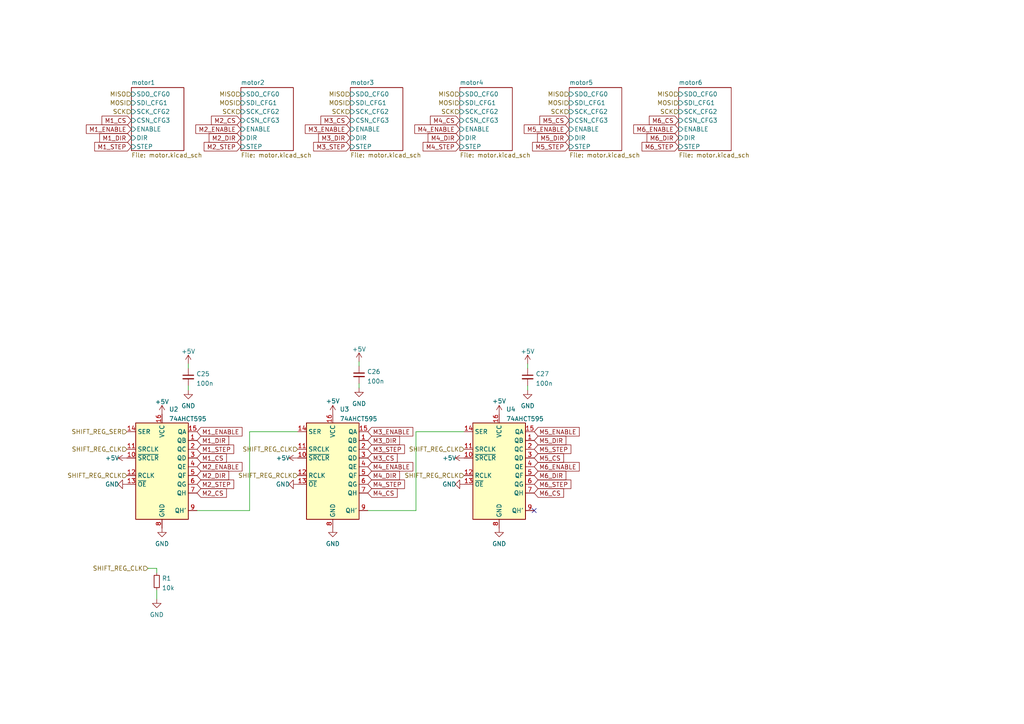
<source format=kicad_sch>
(kicad_sch (version 20211123) (generator eeschema)
  (paper "A4")
  (lib_symbols
    (symbol "74xx:74AHCT595"
      (property "Reference" "U" (at -7.62 13.97 0))
      (property "Value" "74AHCT595" (at -7.62 -16.51 0))
      (symbol "74AHCT595_1_0"
        (pin tri_state line (at 10.16 7.62 180) (length 2.54) (name "QB") (number "1"))
        (pin input line (at -10.16 2.54 0) (length 2.54) (name "~{SRCLR}") (number "10"))
        (pin input line (at -10.16 5.08 0) (length 2.54) (name "SRCLK") (number "11"))
        (pin input line (at -10.16 -2.54 0) (length 2.54) (name "RCLK") (number "12"))
        (pin input line (at -10.16 -5.08 0) (length 2.54) (name "~{OE}") (number "13"))
        (pin input line (at -10.16 10.16 0) (length 2.54) (name "SER") (number "14"))
        (pin tri_state line (at 10.16 10.16 180) (length 2.54) (name "QA") (number "15"))
        (pin power_in line (at 0 15.24 270) (length 2.54) (name "VCC") (number "16"))
        (pin tri_state line (at 10.16 5.08 180) (length 2.54) (name "QC") (number "2"))
        (pin tri_state line (at 10.16 2.54 180) (length 2.54) (name "QD") (number "3"))
        (pin tri_state line (at 10.16 0 180) (length 2.54) (name "QE") (number "4"))
        (pin tri_state line (at 10.16 -2.54 180) (length 2.54) (name "QF") (number "5"))
        (pin tri_state line (at 10.16 -5.08 180) (length 2.54) (name "QG") (number "6"))
        (pin tri_state line (at 10.16 -7.62 180) (length 2.54) (name "QH") (number "7"))
        (pin power_in line (at 0 -17.78 90) (length 2.54) (name "GND") (number "8"))
        (pin output line (at 10.16 -12.7 180) (length 2.54) (name "QH'") (number "9"))
      )
      (symbol "74AHCT595_1_1"
        (rectangle (start -7.62 12.7) (end 7.62 -15.24) (stroke (width 0.254)) (fill (type background)))
      )
    )
    (symbol "Device:C_Small" (pin_numbers hide) (pin_names (offset 0.254) hide)
      (property "Reference" "C" (at 0.254 1.778 0))
      (property "Value" "C_Small" (at 0.254 -2.032 0))
      (symbol "C_Small_0_1"
        (polyline (pts (xy -1.524 -0.508) (xy 1.524 -0.508)) (stroke (width 0.3302)))
        (polyline (pts (xy -1.524 0.508) (xy 1.524 0.508)) (stroke (width 0.3048)))
      )
      (symbol "C_Small_1_1"
        (pin passive line (at 0 2.54 270) (length 2.032) (name "~") (number "1"))
        (pin passive line (at 0 -2.54 90) (length 2.032) (name "~") (number "2"))
      )
    )
    (symbol "Device:R_Small" (pin_numbers hide) (pin_names (offset 0.254) hide)
      (property "Reference" "R" (at 0.762 0.508 0))
      (property "Value" "R_Small" (at 0.762 -1.016 0))
      (symbol "R_Small_0_1"
        (rectangle (start -0.762 1.778) (end 0.762 -1.778) (stroke (width 0.2032)))
      )
      (symbol "R_Small_1_1"
        (pin passive line (at 0 2.54 270) (length 0.762) (name "~") (number "1"))
        (pin passive line (at 0 -2.54 90) (length 0.762) (name "~") (number "2"))
      )
    )
    (symbol "power:+5V" (power) (pin_names (offset 0))
      (property "Value" "+5V" (at 0 3.556 0))
      (symbol "+5V_0_1"
        (polyline (pts (xy -0.762 1.27) (xy 0 2.54)))
        (polyline (pts (xy 0 0) (xy 0 2.54)))
        (polyline (pts (xy 0 2.54) (xy 0.762 1.27)))
      )
      (symbol "+5V_1_1"
        (pin power_in line (at 0 0 90) (length 0) hide (name "+5V") (number "1"))
      )
    )
    (symbol "power:GND" (power) (pin_names (offset 0))
      (property "Value" "GND" (at 0 -3.81 0))
      (symbol "GND_0_1"
        (polyline (pts (xy 0 0) (xy 0 -1.27) (xy 1.27 -1.27) (xy 0 -2.54) (xy -1.27 -1.27) (xy 0 -1.27)))
      )
      (symbol "GND_1_1"
        (pin power_in line (at 0 0 270) (length 0) hide (name "GND") (number "1"))
      )
    )
  )
  (no_connect (at 154.94 148.082))
  (wire (pts (xy 72.39 148.082) (xy 72.39 125.222)))
  (wire (pts (xy 45.466 171.196) (xy 45.466 173.736)))
  (wire (pts (xy 45.466 164.846) (xy 45.466 166.116)))
  (wire (pts (xy 72.39 125.222) (xy 86.36 125.222)))
  (wire (pts (xy 54.61 113.157) (xy 54.61 111.887)))
  (wire (pts (xy 106.68 148.082) (xy 120.65 148.082)))
  (wire (pts (xy 120.65 125.222) (xy 134.62 125.222)))
  (wire (pts (xy 54.61 105.537) (xy 54.61 106.807)))
  (wire (pts (xy 104.14 104.902) (xy 104.14 106.172)))
  (wire (pts (xy 153.035 105.537) (xy 153.035 106.807)))
  (wire (pts (xy 42.926 164.846) (xy 45.466 164.846)))
  (wire (pts (xy 153.035 113.157) (xy 153.035 111.887)))
  (wire (pts (xy 104.14 112.522) (xy 104.14 111.252)))
  (wire (pts (xy 57.15 148.082) (xy 72.39 148.082)))
  (wire (pts (xy 120.65 148.082) (xy 120.65 125.222)))
  (global_label "M1_DIR" (shape input) (at 38.1 40.005 180) (property "Intersheet References" "${INTERSHEET_REFS}" (effects hide)))
  (global_label "M2_CS" (shape input) (at 57.15 143.002 0) (property "Intersheet References" "${INTERSHEET_REFS}" (effects hide)))
  (global_label "M3_DIR" (shape input) (at 101.6 40.005 180) (property "Intersheet References" "${INTERSHEET_REFS}" (effects hide)))
  (global_label "M5_DIR" (shape input) (at 165.1 40.005 180) (property "Intersheet References" "${INTERSHEET_REFS}" (effects hide)))
  (global_label "M5_STEP" (shape input) (at 154.94 130.302 0) (property "Intersheet References" "${INTERSHEET_REFS}" (effects hide)))
  (global_label "M3_STEP" (shape input) (at 106.68 130.302 0) (property "Intersheet References" "${INTERSHEET_REFS}" (effects hide)))
  (global_label "M2_DIR" (shape input) (at 57.15 137.922 0) (property "Intersheet References" "${INTERSHEET_REFS}" (effects hide)))
  (global_label "M2_ENABLE" (shape input) (at 57.15 135.382 0) (property "Intersheet References" "${INTERSHEET_REFS}" (effects hide)))
  (global_label "M4_CS" (shape input) (at 133.35 34.925 180) (property "Intersheet References" "${INTERSHEET_REFS}" (effects hide)))
  (global_label "M6_ENABLE" (shape input) (at 196.85 37.465 180) (property "Intersheet References" "${INTERSHEET_REFS}" (effects hide)))
  (global_label "M2_DIR" (shape input) (at 69.85 40.005 180) (property "Intersheet References" "${INTERSHEET_REFS}" (effects hide)))
  (global_label "M3_DIR" (shape input) (at 106.68 127.762 0) (property "Intersheet References" "${INTERSHEET_REFS}" (effects hide)))
  (global_label "M4_CS" (shape input) (at 106.68 143.002 0) (property "Intersheet References" "${INTERSHEET_REFS}" (effects hide)))
  (global_label "M4_ENABLE" (shape input) (at 133.35 37.465 180) (property "Intersheet References" "${INTERSHEET_REFS}" (effects hide)))
  (global_label "M4_DIR" (shape input) (at 133.35 40.005 180) (property "Intersheet References" "${INTERSHEET_REFS}" (effects hide)))
  (global_label "M3_STEP" (shape input) (at 101.6 42.545 180) (property "Intersheet References" "${INTERSHEET_REFS}" (effects hide)))
  (global_label "M6_CS" (shape input) (at 196.85 34.925 180) (property "Intersheet References" "${INTERSHEET_REFS}" (effects hide)))
  (global_label "M4_ENABLE" (shape input) (at 106.68 135.382 0) (property "Intersheet References" "${INTERSHEET_REFS}" (effects hide)))
  (global_label "M1_DIR" (shape input) (at 57.15 127.762 0) (property "Intersheet References" "${INTERSHEET_REFS}" (effects hide)))
  (global_label "M6_DIR" (shape input) (at 154.94 137.922 0) (property "Intersheet References" "${INTERSHEET_REFS}" (effects hide)))
  (global_label "M3_ENABLE" (shape input) (at 106.68 125.222 0) (property "Intersheet References" "${INTERSHEET_REFS}" (effects hide)))
  (global_label "M1_ENABLE" (shape input) (at 38.1 37.465 180) (property "Intersheet References" "${INTERSHEET_REFS}" (effects hide)))
  (global_label "M5_CS" (shape input) (at 165.1 34.925 180) (property "Intersheet References" "${INTERSHEET_REFS}" (effects hide)))
  (global_label "M3_CS" (shape input) (at 106.68 132.842 0) (property "Intersheet References" "${INTERSHEET_REFS}" (effects hide)))
  (global_label "M3_CS" (shape input) (at 101.6 34.925 180) (property "Intersheet References" "${INTERSHEET_REFS}" (effects hide)))
  (global_label "M5_STEP" (shape input) (at 165.1 42.545 180) (property "Intersheet References" "${INTERSHEET_REFS}" (effects hide)))
  (global_label "M1_STEP" (shape input) (at 57.15 130.302 0) (property "Intersheet References" "${INTERSHEET_REFS}" (effects hide)))
  (global_label "M6_DIR" (shape input) (at 196.85 40.005 180) (property "Intersheet References" "${INTERSHEET_REFS}" (effects hide)))
  (global_label "M1_STEP" (shape input) (at 38.1 42.545 180) (property "Intersheet References" "${INTERSHEET_REFS}" (effects hide)))
  (global_label "M5_ENABLE" (shape input) (at 165.1 37.465 180) (property "Intersheet References" "${INTERSHEET_REFS}" (effects hide)))
  (global_label "M1_ENABLE" (shape input) (at 57.15 125.222 0) (property "Intersheet References" "${INTERSHEET_REFS}" (effects hide)))
  (global_label "M6_ENABLE" (shape input) (at 154.94 135.382 0) (property "Intersheet References" "${INTERSHEET_REFS}" (effects hide)))
  (global_label "M5_CS" (shape input) (at 154.94 132.842 0) (property "Intersheet References" "${INTERSHEET_REFS}" (effects hide)))
  (global_label "M2_CS" (shape input) (at 69.85 34.925 180) (property "Intersheet References" "${INTERSHEET_REFS}" (effects hide)))
  (global_label "M6_CS" (shape input) (at 154.94 143.002 0) (property "Intersheet References" "${INTERSHEET_REFS}" (effects hide)))
  (global_label "M4_STEP" (shape input) (at 106.68 140.462 0) (property "Intersheet References" "${INTERSHEET_REFS}" (effects hide)))
  (global_label "M1_CS" (shape input) (at 38.1 34.925 180) (property "Intersheet References" "${INTERSHEET_REFS}" (effects hide)))
  (global_label "M2_STEP" (shape input) (at 57.15 140.462 0) (property "Intersheet References" "${INTERSHEET_REFS}" (effects hide)))
  (global_label "M4_STEP" (shape input) (at 133.35 42.545 180) (property "Intersheet References" "${INTERSHEET_REFS}" (effects hide)))
  (global_label "M2_STEP" (shape input) (at 69.85 42.545 180) (property "Intersheet References" "${INTERSHEET_REFS}" (effects hide)))
  (global_label "M5_DIR" (shape input) (at 154.94 127.762 0) (property "Intersheet References" "${INTERSHEET_REFS}" (effects hide)))
  (global_label "M2_ENABLE" (shape input) (at 69.85 37.465 180) (property "Intersheet References" "${INTERSHEET_REFS}" (effects hide)))
  (global_label "M5_ENABLE" (shape input) (at 154.94 125.222 0) (property "Intersheet References" "${INTERSHEET_REFS}" (effects hide)))
  (global_label "M6_STEP" (shape input) (at 196.85 42.545 180) (property "Intersheet References" "${INTERSHEET_REFS}" (effects hide)))
  (global_label "M4_DIR" (shape input) (at 106.68 137.922 0) (property "Intersheet References" "${INTERSHEET_REFS}" (effects hide)))
  (global_label "M6_STEP" (shape input) (at 154.94 140.462 0) (property "Intersheet References" "${INTERSHEET_REFS}" (effects hide)))
  (global_label "M3_ENABLE" (shape input) (at 101.6 37.465 180) (property "Intersheet References" "${INTERSHEET_REFS}" (effects hide)))
  (global_label "M1_CS" (shape input) (at 57.15 132.842 0) (property "Intersheet References" "${INTERSHEET_REFS}" (effects hide)))
  (hierarchical_label "MOSI" (shape input) (at 38.1 29.845 180))
  (hierarchical_label "MOSI" (shape input) (at 196.85 29.845 180))
  (hierarchical_label "MISO" (shape input) (at 196.85 27.305 180))
  (hierarchical_label "SHIFT_REG_RCLK" (shape input) (at 36.83 137.922 180))
  (hierarchical_label "MISO" (shape input) (at 165.1 27.305 180))
  (hierarchical_label "MISO" (shape input) (at 38.1 27.305 180))
  (hierarchical_label "MISO" (shape input) (at 69.85 27.305 180))
  (hierarchical_label "MOSI" (shape input) (at 165.1 29.845 180))
  (hierarchical_label "MISO" (shape input) (at 133.35 27.305 180))
  (hierarchical_label "SCK" (shape input) (at 165.1 32.385 180))
  (hierarchical_label "SHIFT_REG_CLK" (shape input) (at 42.926 164.846 180))
  (hierarchical_label "SCK" (shape input) (at 38.1 32.385 180))
  (hierarchical_label "MOSI" (shape input) (at 69.85 29.845 180))
  (hierarchical_label "SHIFT_REG_CLK" (shape input) (at 86.36 130.302 180))
  (hierarchical_label "SCK" (shape input) (at 133.35 32.385 180))
  (hierarchical_label "SHIFT_REG_RCLK" (shape input) (at 86.36 137.922 180))
  (hierarchical_label "SHIFT_REG_SER" (shape input) (at 36.83 125.222 180))
  (hierarchical_label "SCK" (shape input) (at 69.85 32.385 180))
  (hierarchical_label "MOSI" (shape input) (at 133.35 29.845 180))
  (hierarchical_label "MOSI" (shape input) (at 101.6 29.845 180))
  (hierarchical_label "MISO" (shape input) (at 101.6 27.305 180))
  (hierarchical_label "SHIFT_REG_CLK" (shape input) (at 36.83 130.302 180))
  (hierarchical_label "SHIFT_REG_CLK" (shape input) (at 134.62 130.302 180))
  (hierarchical_label "SHIFT_REG_RCLK" (shape input) (at 134.62 137.922 180))
  (hierarchical_label "SCK" (shape input) (at 196.85 32.385 180))
  (hierarchical_label "SCK" (shape input) (at 101.6 32.385 180))
  (symbol (lib_id "power:+5V") (at 134.62 132.842 90) (unit 1)
    (property "Reference" "#PWR043" (effects hide))
    (property "Value" "+5V" (at 128.27 132.842 90) (effects (justify right)))
  )
  (symbol (lib_id "Device:C_Small") (at 54.61 109.347 0) (unit 1)
    (property "Reference" "C25" (at 56.9341 108.4448 0) (effects (justify left)))
    (property "Value" "100n" (at 56.9341 111.2199 0) (effects (justify left)))
    (property "Footprint" "Capacitor_SMD:C_0805_2012Metric_Pad1.18x1.45mm_HandSolder" (effects hide))
  )
  (symbol (lib_id "power:+5V") (at 46.99 120.142 0) (unit 1)
    (property "Reference" "#PWR031" (effects hide))
    (property "Value" "+5V" (at 46.99 116.5375 0))
  )
  (symbol (lib_id "power:GND") (at 153.035 113.157 0) (unit 1)
    (property "Reference" "#PWR062" (effects hide))
    (property "Value" "GND" (at 153.035 117.7195 0))
  )
  (symbol (lib_id "power:GND") (at 144.78 153.162 0) (unit 1)
    (property "Reference" "#PWR046" (effects hide))
    (property "Value" "GND" (at 144.78 157.7245 0))
  )
  (symbol (lib_id "power:+5V") (at 96.52 120.142 0) (unit 1)
    (property "Reference" "#PWR041" (effects hide))
    (property "Value" "+5V" (at 96.52 116.332 0))
  )
  (symbol (lib_id "power:+5V") (at 86.36 132.842 90) (unit 1)
    (property "Reference" "#PWR039" (effects hide))
    (property "Value" "+5V" (at 80.01 132.842 90) (effects (justify right)))
  )
  (symbol (lib_id "power:GND") (at 86.36 140.462 270) (unit 1)
    (property "Reference" "#PWR040" (effects hide))
    (property "Value" "GND" (at 80.01 140.462 90) (effects (justify left)))
  )
  (symbol (lib_id "power:GND") (at 104.14 112.522 0) (unit 1)
    (property "Reference" "#PWR04" (effects hide))
    (property "Value" "GND" (at 104.14 117.0845 0))
  )
  (symbol (lib_id "Device:C_Small") (at 104.14 108.712 0) (unit 1)
    (property "Reference" "C26" (at 106.4641 107.8098 0) (effects (justify left)))
    (property "Value" "100n" (at 106.4641 110.5849 0) (effects (justify left)))
    (property "Footprint" "Capacitor_SMD:C_0805_2012Metric_Pad1.18x1.45mm_HandSolder" (effects hide))
  )
  (symbol (lib_id "Device:R_Small") (at 45.466 168.656 180) (unit 1)
    (property "Reference" "R1" (at 46.9646 167.7475 0) (effects (justify right)))
    (property "Value" "10k" (at 46.9646 170.5226 0) (effects (justify right)))
    (property "Footprint" "Resistor_SMD:R_0805_2012Metric_Pad1.20x1.40mm_HandSolder" (effects hide))
  )
  (symbol (lib_id "Device:C_Small") (at 153.035 109.347 0) (unit 1)
    (property "Reference" "C27" (at 155.3591 108.4448 0) (effects (justify left)))
    (property "Value" "100n" (at 155.3591 111.2199 0) (effects (justify left)))
    (property "Footprint" "Capacitor_SMD:C_0805_2012Metric_Pad1.18x1.45mm_HandSolder" (effects hide))
  )
  (symbol (lib_id "power:GND") (at 134.62 140.462 270) (unit 1)
    (property "Reference" "#PWR044" (effects hide))
    (property "Value" "GND" (at 128.27 140.462 90) (effects (justify left)))
  )
  (symbol (lib_id "power:GND") (at 45.466 173.736 0) (unit 1)
    (property "Reference" "#PWR035" (effects hide))
    (property "Value" "GND" (at 45.466 178.2985 0))
  )
  (symbol (lib_id "power:+5V") (at 153.035 105.537 0) (unit 1)
    (property "Reference" "#PWR060" (effects hide))
    (property "Value" "+5V" (at 153.035 101.9325 0))
  )
  (symbol (lib_id "power:+5V") (at 36.83 132.842 90) (unit 1)
    (property "Reference" "#PWR029" (effects hide))
    (property "Value" "+5V" (at 30.48 132.842 90) (effects (justify right)))
  )
  (symbol (lib_id "power:+5V") (at 54.61 105.537 0) (unit 1)
    (property "Reference" "#PWR01" (effects hide))
    (property "Value" "+5V" (at 54.61 101.9325 0))
  )
  (symbol (lib_id "power:GND") (at 54.61 113.157 0) (unit 1)
    (property "Reference" "#PWR02" (effects hide))
    (property "Value" "GND" (at 54.61 117.7195 0))
  )
  (symbol (lib_id "power:+5V") (at 104.14 104.902 0) (unit 1)
    (property "Reference" "#PWR03" (effects hide))
    (property "Value" "+5V" (at 104.14 101.2975 0))
  )
  (symbol (lib_id "74xx:74AHCT595") (at 144.78 135.382 0) (unit 1)
    (property "Reference" "U4" (at 146.7994 118.7155 0) (effects (justify left)))
    (property "Value" "74AHCT595" (at 146.7994 121.4906 0) (effects (justify left)))
    (property "Footprint" "Package_SO:SOIC-16_3.9x9.9mm_P1.27mm" (effects hide))
    (property "Datasheet" "https://assets.nexperia.com/documents/data-sheet/74AHC_AHCT595.pdf" (effects hide))
  )
  (symbol (lib_id "power:GND") (at 36.83 140.462 270) (unit 1)
    (property "Reference" "#PWR030" (effects hide))
    (property "Value" "GND" (at 30.48 140.462 90) (effects (justify left)))
  )
  (symbol (lib_id "power:GND") (at 46.99 153.162 0) (unit 1)
    (property "Reference" "#PWR032" (effects hide))
    (property "Value" "GND" (at 46.99 157.7245 0))
  )
  (symbol (lib_id "74xx:74AHCT595") (at 96.52 135.382 0) (unit 1)
    (property "Reference" "U3" (at 98.5394 118.7155 0) (effects (justify left)))
    (property "Value" "74AHCT595" (at 98.5394 121.4906 0) (effects (justify left)))
    (property "Footprint" "Package_SO:SOIC-16_3.9x9.9mm_P1.27mm" (effects hide))
    (property "Datasheet" "https://assets.nexperia.com/documents/data-sheet/74AHC_AHCT595.pdf" (effects hide))
  )
  (symbol (lib_id "power:+5V") (at 144.78 120.142 0) (unit 1)
    (property "Reference" "#PWR045" (effects hide))
    (property "Value" "+5V" (at 144.78 116.332 0))
  )
  (symbol (lib_id "74xx:74AHCT595") (at 46.99 135.382 0) (unit 1)
    (property "Reference" "U2" (at 49.0094 118.7155 0) (effects (justify left)))
    (property "Value" "74AHCT595" (at 49.0094 121.4906 0) (effects (justify left)))
    (property "Footprint" "Package_SO:SOIC-16_3.9x9.9mm_P1.27mm" (effects hide))
    (property "Datasheet" "https://assets.nexperia.com/documents/data-sheet/74AHC_AHCT595.pdf" (effects hide))
  )
  (symbol (lib_id "power:GND") (at 96.52 153.162 0) (unit 1)
    (property "Reference" "#PWR042" (effects hide))
    (property "Value" "GND" (at 96.52 157.7245 0))
  )
  (sheet (at 38.1 25.4) (size 15.24 18.288) (stroke (width 0.1524))
    (property "Sheet name" "motor1" (at 38.1 24.6884 0) (effects (justify left bottom)))
    (property "Sheet file" "motor.kicad_sch" (at 38.1 44.2726 0) (effects (justify left top)))
    (pin "SDI_CFG1" input (at 38.1 29.845 180))
    (pin "CSN_CFG3" input (at 38.1 34.925 180))
    (pin "SCK_CFG2" input (at 38.1 32.385 180))
    (pin "SDO_CFG0" input (at 38.1 27.305 180))
    (pin "ENABLE" input (at 38.1 37.465 180))
    (pin "STEP" input (at 38.1 42.545 180))
    (pin "DIR" input (at 38.1 40.005 180))
  )
  (sheet (at 101.6 25.4) (size 15.24 18.288) (stroke (width 0.1524))
    (property "Sheet name" "motor3" (at 101.6 24.6884 0) (effects (justify left bottom)))
    (property "Sheet file" "motor.kicad_sch" (at 101.6 44.2726 0) (effects (justify left top)))
    (pin "SDI_CFG1" input (at 101.6 29.845 180))
    (pin "CSN_CFG3" input (at 101.6 34.925 180))
    (pin "SCK_CFG2" input (at 101.6 32.385 180))
    (pin "SDO_CFG0" input (at 101.6 27.305 180))
    (pin "ENABLE" input (at 101.6 37.465 180))
    (pin "STEP" input (at 101.6 42.545 180))
    (pin "DIR" input (at 101.6 40.005 180))
  )
  (sheet (at 165.1 25.4) (size 15.24 18.288) (stroke (width 0.1524))
    (property "Sheet name" "motor5" (at 165.1 24.6884 0) (effects (justify left bottom)))
    (property "Sheet file" "motor.kicad_sch" (at 165.1 44.2726 0) (effects (justify left top)))
    (pin "SDI_CFG1" input (at 165.1 29.845 180))
    (pin "CSN_CFG3" input (at 165.1 34.925 180))
    (pin "SCK_CFG2" input (at 165.1 32.385 180))
    (pin "SDO_CFG0" input (at 165.1 27.305 180))
    (pin "ENABLE" input (at 165.1 37.465 180))
    (pin "STEP" input (at 165.1 42.545 180))
    (pin "DIR" input (at 165.1 40.005 180))
  )
  (sheet (at 69.85 25.4) (size 15.24 18.288) (stroke (width 0.1524))
    (property "Sheet name" "motor2" (at 69.85 24.6884 0) (effects (justify left bottom)))
    (property "Sheet file" "motor.kicad_sch" (at 69.85 44.2726 0) (effects (justify left top)))
    (pin "SDI_CFG1" input (at 69.85 29.845 180))
    (pin "CSN_CFG3" input (at 69.85 34.925 180))
    (pin "SCK_CFG2" input (at 69.85 32.385 180))
    (pin "SDO_CFG0" input (at 69.85 27.305 180))
    (pin "ENABLE" input (at 69.85 37.465 180))
    (pin "STEP" input (at 69.85 42.545 180))
    (pin "DIR" input (at 69.85 40.005 180))
  )
  (sheet (at 133.35 25.4) (size 15.24 18.288) (stroke (width 0.1524))
    (property "Sheet name" "motor4" (at 133.35 24.6884 0) (effects (justify left bottom)))
    (property "Sheet file" "motor.kicad_sch" (at 133.35 44.2726 0) (effects (justify left top)))
    (pin "SDI_CFG1" input (at 133.35 29.845 180))
    (pin "CSN_CFG3" input (at 133.35 34.925 180))
    (pin "SCK_CFG2" input (at 133.35 32.385 180))
    (pin "SDO_CFG0" input (at 133.35 27.305 180))
    (pin "ENABLE" input (at 133.35 37.465 180))
    (pin "STEP" input (at 133.35 42.545 180))
    (pin "DIR" input (at 133.35 40.005 180))
  )
  (sheet (at 196.85 25.4) (size 15.24 18.288) (stroke (width 0.1524))
    (property "Sheet name" "motor6" (at 196.85 24.6884 0) (effects (justify left bottom)))
    (property "Sheet file" "motor.kicad_sch" (at 196.85 44.2726 0) (effects (justify left top)))
    (pin "SDI_CFG1" input (at 196.85 29.845 180))
    (pin "CSN_CFG3" input (at 196.85 34.925 180))
    (pin "SCK_CFG2" input (at 196.85 32.385 180))
    (pin "SDO_CFG0" input (at 196.85 27.305 180))
    (pin "ENABLE" input (at 196.85 37.465 180))
    (pin "STEP" input (at 196.85 42.545 180))
    (pin "DIR" input (at 196.85 40.005 180))
  )
)
</source>
